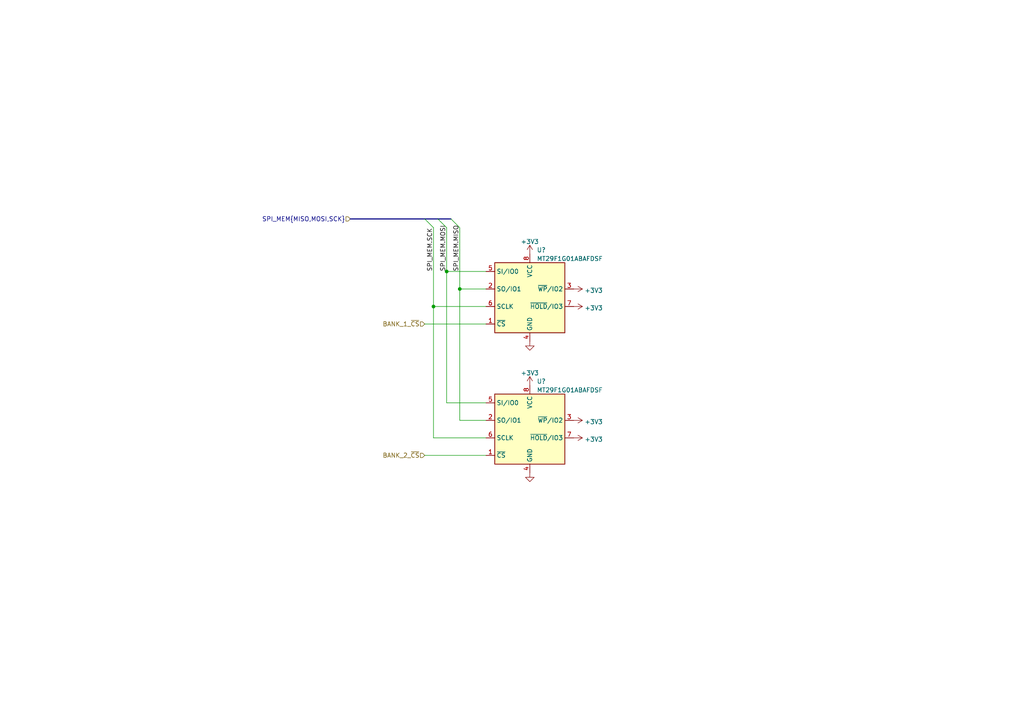
<source format=kicad_sch>
(kicad_sch (version 20211123) (generator eeschema)
  (paper "A4")
  (lib_symbols
    (symbol "MT29F1G01ABAFDSF_1"
      (property "Reference" "U" (at -10.16 15.24 0))
      (property "Value" "MT29F1G01ABAFDSF_1" (at 12.7 15.24 0))
      (symbol "MT29F1G01ABAFDSF_1_1_1"
        (rectangle (start -10.16 10.16) (end 10.16 -10.16) (stroke (width 0.254)) (fill (type background)))
        (pin input line (at -12.7 -7.62 0) (length 2.54) (name "~{CS}") (number "1"))
        (pin bidirectional line (at -12.7 2.54 0) (length 2.54) (name "SO/IO1") (number "2"))
        (pin bidirectional line (at 12.7 2.54 180) (length 2.54) (name "~{WP}/IO2") (number "3"))
        (pin power_in line (at 0 -12.7 90) (length 2.54) (name "GND") (number "4"))
        (pin bidirectional line (at -12.7 7.62 0) (length 2.54) (name "SI/IO0") (number "5"))
        (pin input line (at -12.7 -2.54 0) (length 2.54) (name "SCLK") (number "6"))
        (pin bidirectional line (at 12.7 -2.54 180) (length 2.54) (name "~{HOLD}/IO3") (number "7"))
        (pin power_in line (at 0 12.7 270) (length 2.54) (name "VCC") (number "8"))
      )
    )
    (symbol "TCY_memory:MT29F1G01ABAFDSF"
      (property "Reference" "U" (at -10.16 15.24 0))
      (property "Value" "MT29F1G01ABAFDSF" (at 12.7 15.24 0))
      (symbol "MT29F1G01ABAFDSF_1_1"
        (rectangle (start -10.16 10.16) (end 10.16 -10.16) (stroke (width 0.254)) (fill (type background)))
        (pin input line (at -12.7 -7.62 0) (length 2.54) (name "~{CS}") (number "1"))
        (pin bidirectional line (at -12.7 2.54 0) (length 2.54) (name "SO/IO1") (number "2"))
        (pin bidirectional line (at 12.7 2.54 180) (length 2.54) (name "~{WP}/IO2") (number "3"))
        (pin power_in line (at 0 -12.7 90) (length 2.54) (name "GND") (number "4"))
        (pin bidirectional line (at -12.7 7.62 0) (length 2.54) (name "SI/IO0") (number "5"))
        (pin input line (at -12.7 -2.54 0) (length 2.54) (name "SCLK") (number "6"))
        (pin bidirectional line (at 12.7 -2.54 180) (length 2.54) (name "~{HOLD}/IO3") (number "7"))
        (pin power_in line (at 0 12.7 270) (length 2.54) (name "VCC") (number "8"))
      )
    )
    (symbol "power:+3V3" (power) (pin_names (offset 0))
      (property "Value" "+3V3" (at 0 3.556 0))
      (symbol "+3V3_0_1"
        (polyline (pts (xy -0.762 1.27) (xy 0 2.54)))
        (polyline (pts (xy 0 0) (xy 0 2.54)))
        (polyline (pts (xy 0 2.54) (xy 0.762 1.27)))
      )
      (symbol "+3V3_1_1"
        (pin power_in line (at 0 0 90) (length 0) hide (name "+3V3") (number "1"))
      )
    )
    (symbol "power:GND" (power) (pin_names (offset 0))
      (property "Value" "GND" (at 0 -3.81 0))
      (symbol "GND_0_1"
        (polyline (pts (xy 0 0) (xy 0 -1.27) (xy 1.27 -1.27) (xy 0 -2.54) (xy -1.27 -1.27) (xy 0 -1.27)))
      )
      (symbol "GND_1_1"
        (pin power_in line (at 0 0 270) (length 0) hide (name "GND") (number "1"))
      )
    )
  )
  (junction (at 129.54 78.74))
  (junction (at 125.73 88.9))
  (junction (at 133.35 83.82))
  (bus_entry (at 127 63.5) (size 2.54 2.54))
  (bus_entry (at 123.19 63.5) (size 2.54 2.54))
  (bus_entry (at 130.81 63.5) (size 2.54 2.54))
  (wire (pts (xy 133.35 121.92) (xy 140.97 121.92)))
  (wire (pts (xy 129.54 66.04) (xy 129.54 78.74)))
  (wire (pts (xy 123.19 93.98) (xy 140.97 93.98)))
  (wire (pts (xy 125.73 66.04) (xy 125.73 88.9)))
  (bus (pts (xy 127 63.5) (xy 130.81 63.5)))
  (wire (pts (xy 129.54 78.74) (xy 129.54 116.84)))
  (wire (pts (xy 140.97 88.9) (xy 125.73 88.9)))
  (wire (pts (xy 129.54 78.74) (xy 140.97 78.74)))
  (bus (pts (xy 123.19 63.5) (xy 127 63.5)))
  (wire (pts (xy 133.35 66.04) (xy 133.35 83.82)))
  (wire (pts (xy 133.35 83.82) (xy 133.35 121.92)))
  (bus (pts (xy 101.6 63.5) (xy 123.19 63.5)))
  (wire (pts (xy 123.19 132.08) (xy 140.97 132.08)))
  (wire (pts (xy 140.97 127) (xy 125.73 127)))
  (wire (pts (xy 140.97 116.84) (xy 129.54 116.84)))
  (wire (pts (xy 133.35 83.82) (xy 140.97 83.82)))
  (wire (pts (xy 125.73 127) (xy 125.73 88.9)))
  (label "SPI_MEM.SCK" (at 125.73 78.74 90))
  (label "SPI_MEM.MISO" (at 133.35 78.74 90))
  (label "SPI_MEM.MOSI" (at 129.54 78.74 90))
  (hierarchical_label "SPI_MEM{MISO,MOSI,SCK}" (shape input) (at 101.6 63.5 180))
  (hierarchical_label "BANK_2_~{CS}" (shape input) (at 123.19 132.08 180))
  (hierarchical_label "BANK_1_~{CS}" (shape input) (at 123.19 93.98 180))
  (symbol (lib_id "power:GND") (at 153.67 137.16 0) (unit 1)
    (property "Reference" "#PWR?" (effects hide))
    (property "Value" "GND" (effects hide))
  )
  (symbol (lib_name "MT29F1G01ABAFDSF_1") (lib_id "TCY_memory:MT29F1G01ABAFDSF") (at 153.67 86.36 0) (unit 1)
    (property "Reference" "U?" (at 155.6894 72.5002 0) (effects (justify left)))
    (property "Value" "MT29F1G01ABAFDSF" (at 155.6894 75.0371 0) (effects (justify left)))
    (property "Footprint" "TCY_IC:DFN-8_8x6mm_P1.27mm" (effects hide))
    (property "Datasheet" "https://www.micron.com/-/media/client/global/documents/products/data-sheet/nand-flash/70-series/m78a_1gb_3v_nand_spi.pdf?rev=7270128474b44126bb737f0f07976723" (effects hide))
  )
  (symbol (lib_id "power:+3V3") (at 153.67 73.66 0) (unit 1)
    (property "Reference" "#PWR?" (effects hide))
    (property "Value" "+3V3" (at 153.67 70.0842 0))
  )
  (symbol (lib_id "power:+3V3") (at 153.67 111.76 0) (unit 1)
    (property "Reference" "#PWR?" (effects hide))
    (property "Value" "+3V3" (at 153.67 108.1842 0))
  )
  (symbol (lib_id "power:+3V3") (at 166.37 83.82 270) (unit 1)
    (property "Reference" "#PWR?" (effects hide))
    (property "Value" "+3V3" (at 169.545 84.2538 90) (effects (justify left)))
  )
  (symbol (lib_id "power:+3V3") (at 166.37 127 270) (unit 1)
    (property "Reference" "#PWR?" (effects hide))
    (property "Value" "+3V3" (at 169.545 127.4338 90) (effects (justify left)))
  )
  (symbol (lib_id "power:+3V3") (at 166.37 121.92 270) (unit 1)
    (property "Reference" "#PWR?" (effects hide))
    (property "Value" "+3V3" (at 169.545 122.3538 90) (effects (justify left)))
  )
  (symbol (lib_id "power:+3V3") (at 166.37 88.9 270) (unit 1)
    (property "Reference" "#PWR?" (effects hide))
    (property "Value" "+3V3" (at 169.545 89.3338 90) (effects (justify left)))
  )
  (symbol (lib_id "TCY_memory:MT29F1G01ABAFDSF") (at 153.67 124.46 0) (unit 1)
    (property "Reference" "U?" (at 155.6894 110.6002 0) (effects (justify left)))
    (property "Value" "MT29F1G01ABAFDSF" (at 155.6894 113.1371 0) (effects (justify left)))
    (property "Footprint" "TCY_IC:DFN-8_8x6mm_P1.27mm" (effects hide))
    (property "Datasheet" "https://www.micron.com/-/media/client/global/documents/products/data-sheet/nand-flash/70-series/m78a_1gb_3v_nand_spi.pdf?rev=7270128474b44126bb737f0f07976723" (effects hide))
  )
  (symbol (lib_id "power:GND") (at 153.67 99.06 0) (unit 1)
    (property "Reference" "#PWR?" (effects hide))
    (property "Value" "GND" (effects hide))
  )
)
</source>
